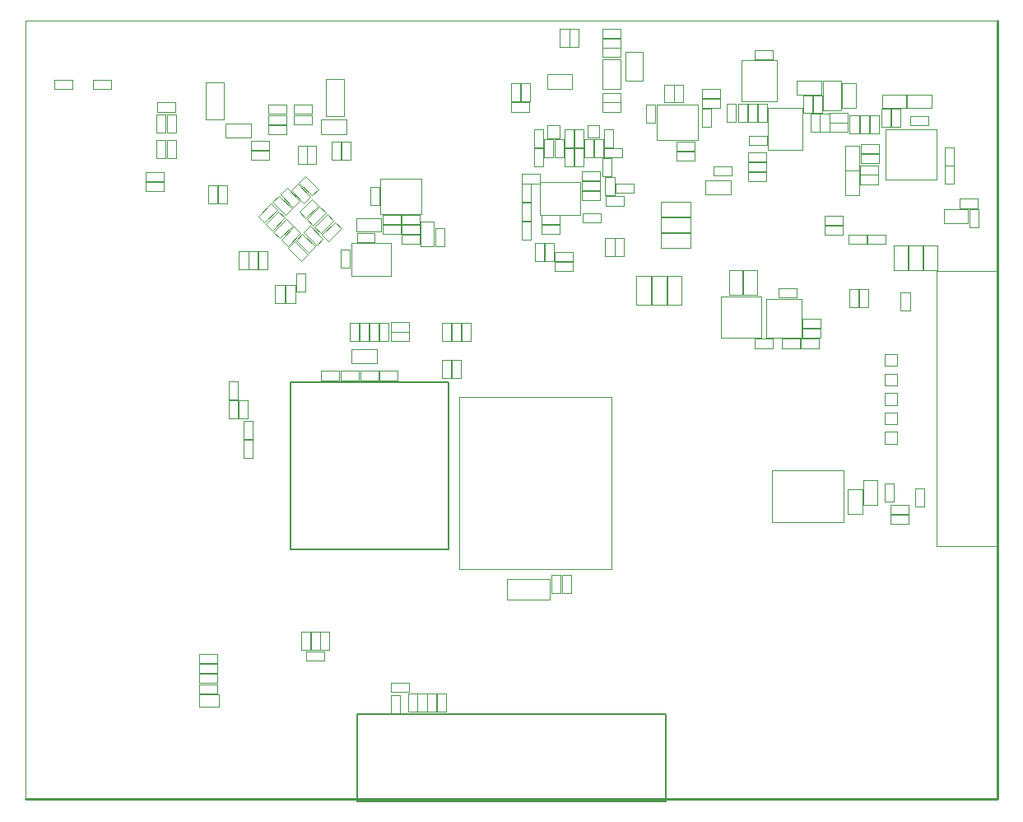
<source format=gbr>
%TF.GenerationSoftware,KiCad,Pcbnew,5.1.9+dfsg1-1*%
%TF.CreationDate,2022-02-21T14:57:18+01:00*%
%TF.ProjectId,sc606-baseboard,73633630-362d-4626-9173-65626f617264,rev?*%
%TF.SameCoordinates,Original*%
%TF.FileFunction,Other,User*%
%FSLAX46Y46*%
G04 Gerber Fmt 4.6, Leading zero omitted, Abs format (unit mm)*
G04 Created by KiCad (PCBNEW 5.1.9+dfsg1-1) date 2022-02-21 14:57:18 commit 2b5f92f*
%MOMM*%
%LPD*%
G01*
G04 APERTURE LIST*
%TA.AperFunction,Profile*%
%ADD10C,0.120000*%
%TD*%
%TA.AperFunction,Profile*%
%ADD11C,0.254000*%
%TD*%
%ADD12C,0.050000*%
%ADD13C,0.100000*%
%ADD14C,0.150000*%
%ADD15C,0.127000*%
G04 APERTURE END LIST*
D10*
X175600000Y-42400000D02*
X75600000Y-42400000D01*
D11*
X175600000Y-42400000D02*
X175600000Y-122400000D01*
D10*
X75600000Y-122400000D02*
X75600000Y-42400000D01*
D11*
X175600000Y-122400000D02*
X75600000Y-122400000D01*
D12*
%TO.C,R160*%
X162370000Y-53980000D02*
X162370000Y-52120000D01*
X161430000Y-53980000D02*
X162370000Y-53980000D01*
X161430000Y-52120000D02*
X161430000Y-53980000D01*
X162370000Y-52120000D02*
X161430000Y-52120000D01*
%TO.C,R159*%
X161320000Y-53980000D02*
X161320000Y-52120000D01*
X160380000Y-53980000D02*
X161320000Y-53980000D01*
X160380000Y-52120000D02*
X160380000Y-53980000D01*
X161320000Y-52120000D02*
X160380000Y-52120000D01*
%TO.C,R158*%
X162480000Y-52120000D02*
X162480000Y-53980000D01*
X163420000Y-52120000D02*
X162480000Y-52120000D01*
X163420000Y-53980000D02*
X163420000Y-52120000D01*
X162480000Y-53980000D02*
X163420000Y-53980000D01*
%TO.C,R191*%
X165570000Y-51470000D02*
X164630000Y-51470000D01*
X164630000Y-51470000D02*
X164630000Y-53330000D01*
X164630000Y-53330000D02*
X165570000Y-53330000D01*
X165570000Y-53330000D02*
X165570000Y-51470000D01*
%TO.C,R190*%
X164570000Y-51470000D02*
X163630000Y-51470000D01*
X163630000Y-51470000D02*
X163630000Y-53330000D01*
X163630000Y-53330000D02*
X164570000Y-53330000D01*
X164570000Y-53330000D02*
X164570000Y-51470000D01*
%TO.C,U18*%
X159750000Y-88600000D02*
X152350000Y-88600000D01*
X159750000Y-94000000D02*
X152350000Y-94000000D01*
X152350000Y-94000000D02*
X152350000Y-88600000D01*
X159750000Y-94000000D02*
X159750000Y-88600000D01*
%TO.C,R189*%
X163210000Y-89650000D02*
X161790000Y-89650000D01*
X163210000Y-92010000D02*
X163210000Y-89790000D01*
X161790000Y-92150000D02*
X163210000Y-92150000D01*
X161790000Y-89790000D02*
X161790000Y-92010000D01*
X163210000Y-89790000D02*
X163210000Y-89650000D01*
X161790000Y-89790000D02*
X161790000Y-89650000D01*
X161790000Y-92010000D02*
X161790000Y-92150000D01*
X163210000Y-92010000D02*
X163210000Y-92150000D01*
D13*
%TO.C,D40*%
X160200000Y-93150000D02*
X160200000Y-90550000D01*
X161700000Y-90550000D02*
X161700000Y-93150000D01*
X160200000Y-90550000D02*
X161700000Y-90550000D01*
X161700000Y-93150000D02*
X160200000Y-93150000D01*
D12*
%TO.C,C174*%
X163980000Y-91830000D02*
X164920000Y-91830000D01*
X164920000Y-91830000D02*
X164920000Y-89970000D01*
X164920000Y-89970000D02*
X163980000Y-89970000D01*
X163980000Y-89970000D02*
X163980000Y-91830000D01*
%TO.C,R179*%
X166430000Y-94120000D02*
X166430000Y-93180000D01*
X166430000Y-93180000D02*
X164570000Y-93180000D01*
X164570000Y-93180000D02*
X164570000Y-94120000D01*
X164570000Y-94120000D02*
X166430000Y-94120000D01*
%TO.C,R178*%
X166430000Y-93120000D02*
X166430000Y-92180000D01*
X166430000Y-92180000D02*
X164570000Y-92180000D01*
X164570000Y-92180000D02*
X164570000Y-93120000D01*
X164570000Y-93120000D02*
X166430000Y-93120000D01*
%TO.C,J3*%
X169344000Y-96447800D02*
X169344000Y-68152200D01*
X175609900Y-96447800D02*
X169344000Y-96447800D01*
X175609900Y-68152200D02*
X175609900Y-96447800D01*
X169344000Y-68152200D02*
X175609900Y-68152200D01*
%TO.C,C163*%
X113180000Y-113580000D02*
X114120000Y-113580000D01*
X114120000Y-113580000D02*
X114120000Y-111720000D01*
X114120000Y-111720000D02*
X113180000Y-111720000D01*
X113180000Y-111720000D02*
X113180000Y-113580000D01*
%TO.C,C162*%
X115080000Y-111420000D02*
X115080000Y-110480000D01*
X115080000Y-110480000D02*
X113220000Y-110480000D01*
X113220000Y-110480000D02*
X113220000Y-111420000D01*
X113220000Y-111420000D02*
X115080000Y-111420000D01*
%TO.C,C138*%
X98030000Y-87380000D02*
X98970000Y-87380000D01*
X98970000Y-87380000D02*
X98970000Y-85520000D01*
X98970000Y-85520000D02*
X98030000Y-85520000D01*
X98030000Y-85520000D02*
X98030000Y-87380000D01*
%TO.C,C22*%
X160330000Y-71830000D02*
X161270000Y-71830000D01*
X161270000Y-71830000D02*
X161270000Y-69970000D01*
X161270000Y-69970000D02*
X160330000Y-69970000D01*
X160330000Y-69970000D02*
X160330000Y-71830000D01*
%TO.C,C12*%
X98970000Y-83570000D02*
X98030000Y-83570000D01*
X98030000Y-83570000D02*
X98030000Y-85430000D01*
X98030000Y-85430000D02*
X98970000Y-85430000D01*
X98970000Y-85430000D02*
X98970000Y-83570000D01*
%TO.C,C9*%
X96530000Y-81330000D02*
X97470000Y-81330000D01*
X97470000Y-81330000D02*
X97470000Y-79470000D01*
X97470000Y-79470000D02*
X96530000Y-79470000D01*
X96530000Y-79470000D02*
X96530000Y-81330000D01*
%TO.C,Y1*%
X132620000Y-62360000D02*
X132620000Y-58960000D01*
X128520000Y-62360000D02*
X132620000Y-62360000D01*
X128520000Y-58960000D02*
X128520000Y-62360000D01*
X132620000Y-58960000D02*
X128520000Y-58960000D01*
D14*
%TO.C,J2*%
X141450000Y-122700000D02*
X109750000Y-122700000D01*
X141450000Y-113700000D02*
X141450000Y-122700000D01*
X109750000Y-113700000D02*
X141450000Y-113700000D01*
X109750000Y-122700000D02*
X109750000Y-113700000D01*
D12*
%TO.C,R135*%
X95380000Y-61230000D02*
X96320000Y-61230000D01*
X96320000Y-61230000D02*
X96320000Y-59370000D01*
X96320000Y-59370000D02*
X95380000Y-59370000D01*
X95380000Y-59370000D02*
X95380000Y-61230000D01*
%TO.C,Q9*%
X151970000Y-51370000D02*
X155530000Y-51370000D01*
X155530000Y-51370000D02*
X155530000Y-55730000D01*
X151970000Y-55730000D02*
X155530000Y-55730000D01*
X151970000Y-51370000D02*
X151970000Y-55730000D01*
%TO.C,R170*%
X104470000Y-108170000D02*
X106330000Y-108170000D01*
X104470000Y-107230000D02*
X104470000Y-108170000D01*
X106330000Y-107230000D02*
X104470000Y-107230000D01*
X106330000Y-108170000D02*
X106330000Y-107230000D01*
%TO.C,U14*%
X164100000Y-53550000D02*
X164100000Y-58750000D01*
X169300000Y-53550000D02*
X164100000Y-53550000D01*
X169300000Y-58750000D02*
X169300000Y-53550000D01*
X164100000Y-58750000D02*
X169300000Y-58750000D01*
%TO.C,R169*%
X166440000Y-51410000D02*
X166300000Y-51410000D01*
X166440000Y-49990000D02*
X166300000Y-49990000D01*
X168660000Y-49990000D02*
X168800000Y-49990000D01*
X168660000Y-51410000D02*
X168800000Y-51410000D01*
X168660000Y-49990000D02*
X166440000Y-49990000D01*
X166300000Y-49990000D02*
X166300000Y-51410000D01*
X166440000Y-51410000D02*
X168660000Y-51410000D01*
X168800000Y-51410000D02*
X168800000Y-49990000D01*
%TO.C,R168*%
X166060000Y-49990000D02*
X166200000Y-49990000D01*
X166060000Y-51410000D02*
X166200000Y-51410000D01*
X163840000Y-51410000D02*
X163700000Y-51410000D01*
X163840000Y-49990000D02*
X163700000Y-49990000D01*
X163840000Y-51410000D02*
X166060000Y-51410000D01*
X166200000Y-51410000D02*
X166200000Y-49990000D01*
X166060000Y-49990000D02*
X163840000Y-49990000D01*
X163700000Y-49990000D02*
X163700000Y-51410000D01*
%TO.C,R167*%
X161360000Y-57660000D02*
X161360000Y-57800000D01*
X159940000Y-57660000D02*
X159940000Y-57800000D01*
X159940000Y-55440000D02*
X159940000Y-55300000D01*
X161360000Y-55440000D02*
X161360000Y-55300000D01*
X159940000Y-55440000D02*
X159940000Y-57660000D01*
X159940000Y-57800000D02*
X161360000Y-57800000D01*
X161360000Y-57660000D02*
X161360000Y-55440000D01*
X161360000Y-55300000D02*
X159940000Y-55300000D01*
%TO.C,R166*%
X161520000Y-56070000D02*
X163380000Y-56070000D01*
X161520000Y-55130000D02*
X161520000Y-56070000D01*
X163380000Y-55130000D02*
X161520000Y-55130000D01*
X163380000Y-56070000D02*
X163380000Y-55130000D01*
%TO.C,R165*%
X163380000Y-56130000D02*
X161520000Y-56130000D01*
X163380000Y-57070000D02*
X163380000Y-56130000D01*
X161520000Y-57070000D02*
X163380000Y-57070000D01*
X161520000Y-56130000D02*
X161520000Y-57070000D01*
%TO.C,R164*%
X159940000Y-57990000D02*
X159940000Y-57850000D01*
X161360000Y-57990000D02*
X161360000Y-57850000D01*
X161360000Y-60210000D02*
X161360000Y-60350000D01*
X159940000Y-60210000D02*
X159940000Y-60350000D01*
X161360000Y-60210000D02*
X161360000Y-57990000D01*
X161360000Y-57850000D02*
X159940000Y-57850000D01*
X159940000Y-57990000D02*
X159940000Y-60210000D01*
X159940000Y-60350000D02*
X161360000Y-60350000D01*
%TO.C,R163*%
X163330000Y-57280000D02*
X161470000Y-57280000D01*
X163330000Y-58220000D02*
X163330000Y-57280000D01*
X161470000Y-58220000D02*
X163330000Y-58220000D01*
X161470000Y-57280000D02*
X161470000Y-58220000D01*
%TO.C,R161*%
X163330000Y-58280000D02*
X161470000Y-58280000D01*
X163330000Y-59220000D02*
X163330000Y-58280000D01*
X161470000Y-59220000D02*
X163330000Y-59220000D01*
X161470000Y-58280000D02*
X161470000Y-59220000D01*
%TO.C,C159*%
X168480000Y-52230000D02*
X166620000Y-52230000D01*
X168480000Y-53170000D02*
X168480000Y-52230000D01*
X166620000Y-53170000D02*
X168480000Y-53170000D01*
X166620000Y-52230000D02*
X166620000Y-53170000D01*
%TO.C,C157*%
X170130000Y-55420000D02*
X170130000Y-57280000D01*
X171070000Y-55420000D02*
X170130000Y-55420000D01*
X171070000Y-57280000D02*
X171070000Y-55420000D01*
X170130000Y-57280000D02*
X171070000Y-57280000D01*
%TO.C,C156*%
X171070000Y-59180000D02*
X171070000Y-57320000D01*
X170130000Y-59180000D02*
X171070000Y-59180000D01*
X170130000Y-57320000D02*
X170130000Y-59180000D01*
X171070000Y-57320000D02*
X170130000Y-57320000D01*
%TO.C,IC3*%
X149275000Y-46500000D02*
X149275000Y-50700000D01*
X152925000Y-46500000D02*
X149275000Y-46500000D01*
X152925000Y-50700000D02*
X152925000Y-46500000D01*
X149275000Y-50700000D02*
X152925000Y-50700000D01*
%TO.C,C155*%
X148670000Y-52780000D02*
X148670000Y-50920000D01*
X147730000Y-52780000D02*
X148670000Y-52780000D01*
X147730000Y-50920000D02*
X147730000Y-52780000D01*
X148670000Y-50920000D02*
X147730000Y-50920000D01*
%TO.C,C154*%
X150620000Y-46420000D02*
X152480000Y-46420000D01*
X150620000Y-45480000D02*
X150620000Y-46420000D01*
X152480000Y-45480000D02*
X150620000Y-45480000D01*
X152480000Y-46420000D02*
X152480000Y-45480000D01*
%TO.C,R157*%
X151880000Y-55170000D02*
X151880000Y-54230000D01*
X151880000Y-54230000D02*
X150020000Y-54230000D01*
X150020000Y-54230000D02*
X150020000Y-55170000D01*
X150020000Y-55170000D02*
X151880000Y-55170000D01*
%TO.C,R156*%
X158320000Y-51930000D02*
X158320000Y-52870000D01*
X158320000Y-52870000D02*
X160180000Y-52870000D01*
X160180000Y-52870000D02*
X160180000Y-51930000D01*
X160180000Y-51930000D02*
X158320000Y-51930000D01*
%TO.C,R155*%
X151830000Y-56920000D02*
X151830000Y-55980000D01*
X151830000Y-55980000D02*
X149970000Y-55980000D01*
X149970000Y-55980000D02*
X149970000Y-56920000D01*
X149970000Y-56920000D02*
X151830000Y-56920000D01*
%TO.C,R154*%
X149930000Y-52780000D02*
X150870000Y-52780000D01*
X150870000Y-52780000D02*
X150870000Y-50920000D01*
X150870000Y-50920000D02*
X149930000Y-50920000D01*
X149930000Y-50920000D02*
X149930000Y-52780000D01*
%TO.C,R153*%
X150930000Y-52780000D02*
X151870000Y-52780000D01*
X151870000Y-52780000D02*
X151870000Y-50920000D01*
X151870000Y-50920000D02*
X150930000Y-50920000D01*
X150930000Y-50920000D02*
X150930000Y-52780000D01*
%TO.C,R152*%
X148930000Y-52780000D02*
X149870000Y-52780000D01*
X149870000Y-52780000D02*
X149870000Y-50920000D01*
X149870000Y-50920000D02*
X148930000Y-50920000D01*
X148930000Y-50920000D02*
X148930000Y-52780000D01*
%TO.C,R151*%
X151830000Y-58920000D02*
X151830000Y-57980000D01*
X151830000Y-57980000D02*
X149970000Y-57980000D01*
X149970000Y-57980000D02*
X149970000Y-58920000D01*
X149970000Y-58920000D02*
X151830000Y-58920000D01*
%TO.C,R150*%
X157270000Y-51970000D02*
X156330000Y-51970000D01*
X156330000Y-51970000D02*
X156330000Y-53830000D01*
X156330000Y-53830000D02*
X157270000Y-53830000D01*
X157270000Y-53830000D02*
X157270000Y-51970000D01*
%TO.C,R149*%
X156570000Y-50070000D02*
X155630000Y-50070000D01*
X155630000Y-50070000D02*
X155630000Y-51930000D01*
X155630000Y-51930000D02*
X156570000Y-51930000D01*
X156570000Y-51930000D02*
X156570000Y-50070000D01*
%TO.C,R148*%
X158270000Y-51970000D02*
X157330000Y-51970000D01*
X157330000Y-51970000D02*
X157330000Y-53830000D01*
X157330000Y-53830000D02*
X158270000Y-53830000D01*
X158270000Y-53830000D02*
X158270000Y-51970000D01*
%TO.C,R147*%
X157570000Y-50070000D02*
X156630000Y-50070000D01*
X156630000Y-50070000D02*
X156630000Y-51930000D01*
X156630000Y-51930000D02*
X157570000Y-51930000D01*
X157570000Y-51930000D02*
X157570000Y-50070000D01*
%TO.C,R146*%
X151830000Y-57920000D02*
X151830000Y-56980000D01*
X151830000Y-56980000D02*
X149970000Y-56980000D01*
X149970000Y-56980000D02*
X149970000Y-57920000D01*
X149970000Y-57920000D02*
X151830000Y-57920000D01*
%TO.C,D8*%
X159475000Y-51600000D02*
X159475000Y-48600000D01*
X159475000Y-48600000D02*
X157625000Y-48600000D01*
X157625000Y-48600000D02*
X157625000Y-51600000D01*
X157625000Y-51600000D02*
X159475000Y-51600000D01*
%TO.C,C152*%
X158320000Y-52930000D02*
X158320000Y-53870000D01*
X158320000Y-53870000D02*
X160180000Y-53870000D01*
X160180000Y-53870000D02*
X160180000Y-52930000D01*
X160180000Y-52930000D02*
X158320000Y-52930000D01*
%TO.C,C84*%
X159590000Y-51350000D02*
X161010000Y-51350000D01*
X159590000Y-48990000D02*
X159590000Y-51210000D01*
X161010000Y-48850000D02*
X159590000Y-48850000D01*
X161010000Y-51210000D02*
X161010000Y-48990000D01*
X159590000Y-51210000D02*
X159590000Y-51350000D01*
X161010000Y-51210000D02*
X161010000Y-51350000D01*
X161010000Y-48990000D02*
X161010000Y-48850000D01*
X159590000Y-48990000D02*
X159590000Y-48850000D01*
%TO.C,C83*%
X157450000Y-50010000D02*
X157450000Y-48590000D01*
X155090000Y-50010000D02*
X157310000Y-50010000D01*
X154950000Y-48590000D02*
X154950000Y-50010000D01*
X157310000Y-48590000D02*
X155090000Y-48590000D01*
X157310000Y-50010000D02*
X157450000Y-50010000D01*
X157310000Y-48590000D02*
X157450000Y-48590000D01*
X155090000Y-48590000D02*
X154950000Y-48590000D01*
X155090000Y-50010000D02*
X154950000Y-50010000D01*
%TO.C,R141*%
X89970000Y-54670000D02*
X89030000Y-54670000D01*
X89030000Y-54670000D02*
X89030000Y-56530000D01*
X89030000Y-56530000D02*
X89970000Y-56530000D01*
X89970000Y-56530000D02*
X89970000Y-54670000D01*
%TO.C,R140*%
X89970000Y-52070000D02*
X89030000Y-52070000D01*
X89030000Y-52070000D02*
X89030000Y-53930000D01*
X89030000Y-53930000D02*
X89970000Y-53930000D01*
X89970000Y-53930000D02*
X89970000Y-52070000D01*
%TO.C,R139*%
X91070000Y-54670000D02*
X90130000Y-54670000D01*
X90130000Y-54670000D02*
X90130000Y-56530000D01*
X90130000Y-56530000D02*
X91070000Y-56530000D01*
X91070000Y-56530000D02*
X91070000Y-54670000D01*
%TO.C,R138*%
X91070000Y-52070000D02*
X90130000Y-52070000D01*
X90130000Y-52070000D02*
X90130000Y-53930000D01*
X90130000Y-53930000D02*
X91070000Y-53930000D01*
X91070000Y-53930000D02*
X91070000Y-52070000D01*
%TO.C,R132*%
X103170000Y-52130000D02*
X103170000Y-53070000D01*
X103170000Y-53070000D02*
X105030000Y-53070000D01*
X105030000Y-53070000D02*
X105030000Y-52130000D01*
X105030000Y-52130000D02*
X103170000Y-52130000D01*
%TO.C,R131*%
X100580000Y-52130000D02*
X100580000Y-53070000D01*
X100580000Y-53070000D02*
X102440000Y-53070000D01*
X102440000Y-53070000D02*
X102440000Y-52130000D01*
X102440000Y-52130000D02*
X100580000Y-52130000D01*
%TO.C,R125*%
X103170000Y-51030000D02*
X103170000Y-51970000D01*
X103170000Y-51970000D02*
X105030000Y-51970000D01*
X105030000Y-51970000D02*
X105030000Y-51030000D01*
X105030000Y-51030000D02*
X103170000Y-51030000D01*
%TO.C,R123*%
X100570000Y-51030000D02*
X100570000Y-51970000D01*
X100570000Y-51970000D02*
X102430000Y-51970000D01*
X102430000Y-51970000D02*
X102430000Y-51030000D01*
X102430000Y-51030000D02*
X100570000Y-51030000D01*
D13*
%TO.C,D30*%
X131850000Y-49450000D02*
X129250000Y-49450000D01*
X129250000Y-47950000D02*
X131850000Y-47950000D01*
X129250000Y-49450000D02*
X129250000Y-47950000D01*
X131850000Y-47950000D02*
X131850000Y-49450000D01*
%TO.C,D23*%
X148150000Y-58800000D02*
X148150000Y-60300000D01*
X145550000Y-60300000D02*
X145550000Y-58800000D01*
X145550000Y-58800000D02*
X148150000Y-58800000D01*
X148150000Y-60300000D02*
X145550000Y-60300000D01*
D12*
%TO.C,C143*%
X142270000Y-50830000D02*
X142270000Y-48970000D01*
X141330000Y-50830000D02*
X142270000Y-50830000D01*
X141330000Y-48970000D02*
X141330000Y-50830000D01*
X142270000Y-48970000D02*
X141330000Y-48970000D01*
%TO.C,C142*%
X143270000Y-50830000D02*
X143270000Y-48970000D01*
X142330000Y-50830000D02*
X143270000Y-50830000D01*
X142330000Y-48970000D02*
X142330000Y-50830000D01*
X143270000Y-48970000D02*
X142330000Y-48970000D01*
D13*
%TO.C,D26*%
X96200000Y-52950000D02*
X98800000Y-52950000D01*
X98800000Y-54450000D02*
X96200000Y-54450000D01*
X98800000Y-52950000D02*
X98800000Y-54450000D01*
X96200000Y-54450000D02*
X96200000Y-52950000D01*
%TO.C,D25*%
X106000000Y-52550000D02*
X108600000Y-52550000D01*
X108600000Y-54050000D02*
X106000000Y-54050000D01*
X108600000Y-52550000D02*
X108600000Y-54050000D01*
X106000000Y-54050000D02*
X106000000Y-52550000D01*
D12*
%TO.C,C170*%
X94120000Y-52550000D02*
X94120000Y-48750000D01*
X95980000Y-52550000D02*
X95980000Y-48750000D01*
X94120000Y-48750000D02*
X95980000Y-48750000D01*
X94120000Y-52550000D02*
X95980000Y-52550000D01*
%TO.C,C139*%
X108330000Y-48450000D02*
X108330000Y-52250000D01*
X106470000Y-48450000D02*
X106470000Y-52250000D01*
X108330000Y-52250000D02*
X106470000Y-52250000D01*
X108330000Y-48450000D02*
X106470000Y-48450000D01*
%TO.C,R134*%
X94380000Y-61230000D02*
X95320000Y-61230000D01*
X95320000Y-61230000D02*
X95320000Y-59370000D01*
X95320000Y-59370000D02*
X94380000Y-59370000D01*
X94380000Y-59370000D02*
X94380000Y-61230000D01*
%TO.C,R13*%
X170050000Y-61790000D02*
X170050000Y-63210000D01*
X172410000Y-61790000D02*
X170190000Y-61790000D01*
X172550000Y-63210000D02*
X172550000Y-61790000D01*
X170190000Y-63210000D02*
X172410000Y-63210000D01*
X170190000Y-61790000D02*
X170050000Y-61790000D01*
X170190000Y-63210000D02*
X170050000Y-63210000D01*
X172410000Y-63210000D02*
X172550000Y-63210000D01*
X172410000Y-61790000D02*
X172550000Y-61790000D01*
%TO.C,C151*%
X89120000Y-50830000D02*
X89120000Y-51770000D01*
X89120000Y-51770000D02*
X90980000Y-51770000D01*
X90980000Y-51770000D02*
X90980000Y-50830000D01*
X90980000Y-50830000D02*
X89120000Y-50830000D01*
%TO.C,C149*%
X98770000Y-55780000D02*
X98770000Y-56720000D01*
X98770000Y-56720000D02*
X100630000Y-56720000D01*
X100630000Y-56720000D02*
X100630000Y-55780000D01*
X100630000Y-55780000D02*
X98770000Y-55780000D01*
%TO.C,Y2*%
X113200000Y-68650000D02*
X113200000Y-65250000D01*
X109100000Y-68650000D02*
X113200000Y-68650000D01*
X109100000Y-65250000D02*
X109100000Y-68650000D01*
X113200000Y-65250000D02*
X109100000Y-65250000D01*
%TO.C,U11*%
X125100000Y-99800000D02*
X129500000Y-99800000D01*
X125100000Y-101900000D02*
X125100000Y-99800000D01*
X129500000Y-101900000D02*
X125100000Y-101900000D01*
X129500000Y-99800000D02*
X129500000Y-101900000D01*
%TO.C,U10*%
X116300000Y-62275000D02*
X116300000Y-58625000D01*
X116300000Y-58625000D02*
X112100000Y-58625000D01*
X112100000Y-58625000D02*
X112100000Y-62275000D01*
X112100000Y-62275000D02*
X116300000Y-62275000D01*
%TO.C,U1*%
X151775000Y-71000000D02*
X155425000Y-71000000D01*
X151775000Y-75000000D02*
X151775000Y-71000000D01*
X155425000Y-75000000D02*
X151775000Y-75000000D01*
X155425000Y-75000000D02*
X155425000Y-71000000D01*
%TO.C,R121*%
X111530000Y-65170000D02*
X111530000Y-64230000D01*
X111530000Y-64230000D02*
X109670000Y-64230000D01*
X109670000Y-64230000D02*
X109670000Y-65170000D01*
X109670000Y-65170000D02*
X111530000Y-65170000D01*
%TO.C,R120*%
X101280000Y-71480000D02*
X102220000Y-71480000D01*
X102220000Y-71480000D02*
X102220000Y-69620000D01*
X102220000Y-69620000D02*
X101280000Y-69620000D01*
X101280000Y-69620000D02*
X101280000Y-71480000D01*
%TO.C,R119*%
X102380000Y-71480000D02*
X103320000Y-71480000D01*
X103320000Y-71480000D02*
X103320000Y-69620000D01*
X103320000Y-69620000D02*
X102380000Y-69620000D01*
X102380000Y-69620000D02*
X102380000Y-71480000D01*
%TO.C,R118*%
X104370000Y-68370000D02*
X103430000Y-68370000D01*
X103430000Y-68370000D02*
X103430000Y-70230000D01*
X103430000Y-70230000D02*
X104370000Y-70230000D01*
X104370000Y-70230000D02*
X104370000Y-68370000D01*
%TO.C,R113*%
X112150000Y-64110000D02*
X112150000Y-62690000D01*
X109790000Y-64110000D02*
X112010000Y-64110000D01*
X109650000Y-62690000D02*
X109650000Y-64110000D01*
X112010000Y-62690000D02*
X109790000Y-62690000D01*
X112010000Y-64110000D02*
X112150000Y-64110000D01*
X112010000Y-62690000D02*
X112150000Y-62690000D01*
X109790000Y-62690000D02*
X109650000Y-62690000D01*
X109790000Y-64110000D02*
X109650000Y-64110000D01*
%TO.C,R107*%
X87970000Y-57980000D02*
X87970000Y-58920000D01*
X87970000Y-58920000D02*
X89830000Y-58920000D01*
X89830000Y-58920000D02*
X89830000Y-57980000D01*
X89830000Y-57980000D02*
X87970000Y-57980000D01*
%TO.C,R101*%
X112920000Y-73470000D02*
X111980000Y-73470000D01*
X111980000Y-73470000D02*
X111980000Y-75330000D01*
X111980000Y-75330000D02*
X112920000Y-75330000D01*
X112920000Y-75330000D02*
X112920000Y-73470000D01*
%TO.C,R100*%
X111920000Y-73470000D02*
X110980000Y-73470000D01*
X110980000Y-73470000D02*
X110980000Y-75330000D01*
X110980000Y-75330000D02*
X111920000Y-75330000D01*
X111920000Y-75330000D02*
X111920000Y-73470000D01*
%TO.C,R99*%
X110920000Y-73470000D02*
X109980000Y-73470000D01*
X109980000Y-73470000D02*
X109980000Y-75330000D01*
X109980000Y-75330000D02*
X110920000Y-75330000D01*
X110920000Y-75330000D02*
X110920000Y-73470000D01*
%TO.C,R98*%
X109920000Y-73470000D02*
X108980000Y-73470000D01*
X108980000Y-73470000D02*
X108980000Y-75330000D01*
X108980000Y-75330000D02*
X109920000Y-75330000D01*
X109920000Y-75330000D02*
X109920000Y-73470000D01*
%TO.C,R94*%
X117610000Y-63100000D02*
X116190000Y-63100000D01*
X117610000Y-65460000D02*
X117610000Y-63240000D01*
X116190000Y-65600000D02*
X117610000Y-65600000D01*
X116190000Y-63240000D02*
X116190000Y-65460000D01*
X117610000Y-63240000D02*
X117610000Y-63100000D01*
X116190000Y-63240000D02*
X116190000Y-63100000D01*
X116190000Y-65460000D02*
X116190000Y-65600000D01*
X117610000Y-65460000D02*
X117610000Y-65600000D01*
%TO.C,R92*%
X111030000Y-61380000D02*
X111970000Y-61380000D01*
X111970000Y-61380000D02*
X111970000Y-59520000D01*
X111970000Y-59520000D02*
X111030000Y-59520000D01*
X111030000Y-59520000D02*
X111030000Y-61380000D01*
%TO.C,R89*%
X127470000Y-48870000D02*
X126530000Y-48870000D01*
X126530000Y-48870000D02*
X126530000Y-50730000D01*
X126530000Y-50730000D02*
X127470000Y-50730000D01*
X127470000Y-50730000D02*
X127470000Y-48870000D01*
%TO.C,R88*%
X136830000Y-44170000D02*
X136830000Y-43230000D01*
X136830000Y-43230000D02*
X134970000Y-43230000D01*
X134970000Y-43230000D02*
X134970000Y-44170000D01*
X134970000Y-44170000D02*
X136830000Y-44170000D01*
%TO.C,R87*%
X128870000Y-53570000D02*
X127930000Y-53570000D01*
X127930000Y-53570000D02*
X127930000Y-55430000D01*
X127930000Y-55430000D02*
X128870000Y-55430000D01*
X128870000Y-55430000D02*
X128870000Y-53570000D01*
%TO.C,R86*%
X131950000Y-53560000D02*
X131010000Y-53560000D01*
X131010000Y-53560000D02*
X131010000Y-55420000D01*
X131010000Y-55420000D02*
X131950000Y-55420000D01*
X131950000Y-55420000D02*
X131950000Y-53560000D01*
%TO.C,R82*%
X132971428Y-53560000D02*
X132031428Y-53560000D01*
X132031428Y-53560000D02*
X132031428Y-55420000D01*
X132031428Y-55420000D02*
X132971428Y-55420000D01*
X132971428Y-55420000D02*
X132971428Y-53560000D01*
%TO.C,R81*%
X136050000Y-53560000D02*
X135110000Y-53560000D01*
X135110000Y-53560000D02*
X135110000Y-55420000D01*
X135110000Y-55420000D02*
X136050000Y-55420000D01*
X136050000Y-55420000D02*
X136050000Y-53560000D01*
%TO.C,R73*%
X119430000Y-75330000D02*
X120370000Y-75330000D01*
X120370000Y-75330000D02*
X120370000Y-73470000D01*
X120370000Y-73470000D02*
X119430000Y-73470000D01*
X119430000Y-73470000D02*
X119430000Y-75330000D01*
%TO.C,R72*%
X119370000Y-77270000D02*
X118430000Y-77270000D01*
X118430000Y-77270000D02*
X118430000Y-79130000D01*
X118430000Y-79130000D02*
X119370000Y-79130000D01*
X119370000Y-79130000D02*
X119370000Y-77270000D01*
%TO.C,R71*%
X118430000Y-75330000D02*
X119370000Y-75330000D01*
X119370000Y-75330000D02*
X119370000Y-73470000D01*
X119370000Y-73470000D02*
X118430000Y-73470000D01*
X118430000Y-73470000D02*
X118430000Y-75330000D01*
%TO.C,R68*%
X136980000Y-56470000D02*
X136980000Y-55530000D01*
X136980000Y-55530000D02*
X135120000Y-55530000D01*
X135120000Y-55530000D02*
X135120000Y-56470000D01*
X135120000Y-56470000D02*
X136980000Y-56470000D01*
%TO.C,R67*%
X132030000Y-57420000D02*
X132970000Y-57420000D01*
X132970000Y-57420000D02*
X132970000Y-55560000D01*
X132970000Y-55560000D02*
X132030000Y-55560000D01*
X132030000Y-55560000D02*
X132030000Y-57420000D01*
%TO.C,R64*%
X131010000Y-57430000D02*
X131950000Y-57430000D01*
X131950000Y-57430000D02*
X131950000Y-55570000D01*
X131950000Y-55570000D02*
X131010000Y-55570000D01*
X131010000Y-55570000D02*
X131010000Y-57430000D01*
%TO.C,R63*%
X127930000Y-57430000D02*
X128870000Y-57430000D01*
X128870000Y-57430000D02*
X128870000Y-55570000D01*
X128870000Y-55570000D02*
X127930000Y-55570000D01*
X127930000Y-55570000D02*
X127930000Y-57430000D01*
%TO.C,R62*%
X136830000Y-50770000D02*
X136830000Y-49830000D01*
X136830000Y-49830000D02*
X134970000Y-49830000D01*
X134970000Y-49830000D02*
X134970000Y-50770000D01*
X134970000Y-50770000D02*
X136830000Y-50770000D01*
%TO.C,R61*%
X136830000Y-51770000D02*
X136830000Y-50830000D01*
X136830000Y-50830000D02*
X134970000Y-50830000D01*
X134970000Y-50830000D02*
X134970000Y-51770000D01*
X134970000Y-51770000D02*
X136830000Y-51770000D01*
%TO.C,R60*%
X125530000Y-50730000D02*
X126470000Y-50730000D01*
X126470000Y-50730000D02*
X126470000Y-48870000D01*
X126470000Y-48870000D02*
X125530000Y-48870000D01*
X125530000Y-48870000D02*
X125530000Y-50730000D01*
%TO.C,R59*%
X125570000Y-50830000D02*
X125570000Y-51770000D01*
X125570000Y-51770000D02*
X127430000Y-51770000D01*
X127430000Y-51770000D02*
X127430000Y-50830000D01*
X127430000Y-50830000D02*
X125570000Y-50830000D01*
%TO.C,R56*%
X115030000Y-74370000D02*
X115030000Y-73430000D01*
X115030000Y-73430000D02*
X113170000Y-73430000D01*
X113170000Y-73430000D02*
X113170000Y-74370000D01*
X113170000Y-74370000D02*
X115030000Y-74370000D01*
%TO.C,R55*%
X115030000Y-75370000D02*
X115030000Y-74430000D01*
X115030000Y-74430000D02*
X113170000Y-74430000D01*
X113170000Y-74430000D02*
X113170000Y-75370000D01*
X113170000Y-75370000D02*
X115030000Y-75370000D01*
%TO.C,R52*%
X126610000Y-61060000D02*
X127550000Y-61060000D01*
X127550000Y-61060000D02*
X127550000Y-59200000D01*
X127550000Y-59200000D02*
X126610000Y-59200000D01*
X126610000Y-59200000D02*
X126610000Y-61060000D01*
%TO.C,R48*%
X115870000Y-111570000D02*
X114930000Y-111570000D01*
X114930000Y-111570000D02*
X114930000Y-113430000D01*
X114930000Y-113430000D02*
X115870000Y-113430000D01*
X115870000Y-113430000D02*
X115870000Y-111570000D01*
%TO.C,R47*%
X116870000Y-111570000D02*
X115930000Y-111570000D01*
X115930000Y-111570000D02*
X115930000Y-113430000D01*
X115930000Y-113430000D02*
X116870000Y-113430000D01*
X116870000Y-113430000D02*
X116870000Y-111570000D01*
%TO.C,R46*%
X117870000Y-111570000D02*
X116930000Y-111570000D01*
X116930000Y-111570000D02*
X116930000Y-113430000D01*
X116930000Y-113430000D02*
X117870000Y-113430000D01*
X117870000Y-113430000D02*
X117870000Y-111570000D01*
%TO.C,R45*%
X118870000Y-111570000D02*
X117930000Y-111570000D01*
X117930000Y-111570000D02*
X117930000Y-113430000D01*
X117930000Y-113430000D02*
X118870000Y-113430000D01*
X118870000Y-113430000D02*
X118870000Y-111570000D01*
%TO.C,R14*%
X173620000Y-61820000D02*
X172680000Y-61820000D01*
X172680000Y-61820000D02*
X172680000Y-63680000D01*
X172680000Y-63680000D02*
X173620000Y-63680000D01*
X173620000Y-63680000D02*
X173620000Y-61820000D01*
%TO.C,R12*%
X171720000Y-60730000D02*
X171720000Y-61670000D01*
X171720000Y-61670000D02*
X173580000Y-61670000D01*
X173580000Y-61670000D02*
X173580000Y-60730000D01*
X173580000Y-60730000D02*
X171720000Y-60730000D01*
%TO.C,R11*%
X155370000Y-75130000D02*
X155370000Y-76070000D01*
X155370000Y-76070000D02*
X157230000Y-76070000D01*
X157230000Y-76070000D02*
X157230000Y-75130000D01*
X157230000Y-75130000D02*
X155370000Y-75130000D01*
%TO.C,R10*%
X153370000Y-75130000D02*
X153370000Y-76070000D01*
X153370000Y-76070000D02*
X155230000Y-76070000D01*
X155230000Y-76070000D02*
X155230000Y-75130000D01*
X155230000Y-75130000D02*
X153370000Y-75130000D01*
%TO.C,R9*%
X162270000Y-69970000D02*
X161330000Y-69970000D01*
X161330000Y-69970000D02*
X161330000Y-71830000D01*
X161330000Y-71830000D02*
X162270000Y-71830000D01*
X162270000Y-71830000D02*
X162270000Y-69970000D01*
%TO.C,R8*%
X155520000Y-74080000D02*
X155520000Y-75020000D01*
X155520000Y-75020000D02*
X157380000Y-75020000D01*
X157380000Y-75020000D02*
X157380000Y-74080000D01*
X157380000Y-74080000D02*
X155520000Y-74080000D01*
%TO.C,R7*%
X157380000Y-73970000D02*
X157380000Y-73030000D01*
X157380000Y-73030000D02*
X155520000Y-73030000D01*
X155520000Y-73030000D02*
X155520000Y-73970000D01*
X155520000Y-73970000D02*
X157380000Y-73970000D01*
%TO.C,R6*%
X157820000Y-63480000D02*
X157820000Y-64420000D01*
X157820000Y-64420000D02*
X159680000Y-64420000D01*
X159680000Y-64420000D02*
X159680000Y-63480000D01*
X159680000Y-63480000D02*
X157820000Y-63480000D01*
%TO.C,R5*%
X162130000Y-65320000D02*
X162130000Y-64380000D01*
X162130000Y-64380000D02*
X160270000Y-64380000D01*
X160270000Y-64380000D02*
X160270000Y-65320000D01*
X160270000Y-65320000D02*
X162130000Y-65320000D01*
%TO.C,R4*%
X164080000Y-65320000D02*
X164080000Y-64380000D01*
X164080000Y-64380000D02*
X162220000Y-64380000D01*
X162220000Y-64380000D02*
X162220000Y-65320000D01*
X162220000Y-65320000D02*
X164080000Y-65320000D01*
%TO.C,L21*%
X117780000Y-65580000D02*
X118720000Y-65580000D01*
X118720000Y-65580000D02*
X118720000Y-63720000D01*
X118720000Y-63720000D02*
X117780000Y-63720000D01*
X117780000Y-63720000D02*
X117780000Y-65580000D01*
%TO.C,L18*%
X134625000Y-54430000D02*
X134625000Y-53130000D01*
X134625000Y-53130000D02*
X133415000Y-53130000D01*
X133415000Y-53130000D02*
X133415000Y-54430000D01*
X133415000Y-54430000D02*
X134625000Y-54430000D01*
%TO.C,L16*%
X130505000Y-54500000D02*
X130505000Y-53200000D01*
X130505000Y-53200000D02*
X129295000Y-53200000D01*
X129295000Y-53200000D02*
X129295000Y-54500000D01*
X129295000Y-54500000D02*
X130505000Y-54500000D01*
%TO.C,L15*%
X144008000Y-62558000D02*
X140992000Y-62558000D01*
X144008000Y-61042000D02*
X140992000Y-61042000D01*
X144008000Y-62558000D02*
X144008000Y-61042000D01*
X140992000Y-62558000D02*
X140992000Y-61042000D01*
%TO.C,L14*%
X144008000Y-64158000D02*
X140992000Y-64158000D01*
X144008000Y-62642000D02*
X140992000Y-62642000D01*
X144008000Y-64158000D02*
X144008000Y-62642000D01*
X140992000Y-64158000D02*
X140992000Y-62642000D01*
%TO.C,L13*%
X144008000Y-65758000D02*
X140992000Y-65758000D01*
X144008000Y-64242000D02*
X140992000Y-64242000D01*
X144008000Y-65758000D02*
X144008000Y-64242000D01*
X140992000Y-65758000D02*
X140992000Y-64242000D01*
%TO.C,L12*%
X163950000Y-85905000D02*
X165250000Y-85905000D01*
X165250000Y-85905000D02*
X165250000Y-84695000D01*
X165250000Y-84695000D02*
X163950000Y-84695000D01*
X163950000Y-84695000D02*
X163950000Y-85905000D01*
%TO.C,L11*%
X163950000Y-83905000D02*
X165250000Y-83905000D01*
X165250000Y-83905000D02*
X165250000Y-82695000D01*
X165250000Y-82695000D02*
X163950000Y-82695000D01*
X163950000Y-82695000D02*
X163950000Y-83905000D01*
%TO.C,L10*%
X163950000Y-81905000D02*
X165250000Y-81905000D01*
X165250000Y-81905000D02*
X165250000Y-80695000D01*
X165250000Y-80695000D02*
X163950000Y-80695000D01*
X163950000Y-80695000D02*
X163950000Y-81905000D01*
%TO.C,L9*%
X163950000Y-79905000D02*
X165250000Y-79905000D01*
X165250000Y-79905000D02*
X165250000Y-78695000D01*
X165250000Y-78695000D02*
X163950000Y-78695000D01*
X163950000Y-78695000D02*
X163950000Y-79905000D01*
%TO.C,L8*%
X163950000Y-77905000D02*
X165250000Y-77905000D01*
X165250000Y-77905000D02*
X165250000Y-76695000D01*
X165250000Y-76695000D02*
X163950000Y-76695000D01*
X163950000Y-76695000D02*
X163950000Y-77905000D01*
%TO.C,L7*%
X138392000Y-71658000D02*
X138392000Y-68642000D01*
X139908000Y-71658000D02*
X139908000Y-68642000D01*
X138392000Y-71658000D02*
X139908000Y-71658000D01*
X138392000Y-68642000D02*
X139908000Y-68642000D01*
%TO.C,L6*%
X141592000Y-71658000D02*
X141592000Y-68642000D01*
X143108000Y-71658000D02*
X143108000Y-68642000D01*
X141592000Y-71658000D02*
X143108000Y-71658000D01*
X141592000Y-68642000D02*
X143108000Y-68642000D01*
%TO.C,L5*%
X139992000Y-71658000D02*
X139992000Y-68642000D01*
X141508000Y-71658000D02*
X141508000Y-68642000D01*
X139992000Y-71658000D02*
X141508000Y-71658000D01*
X139992000Y-68642000D02*
X141508000Y-68642000D01*
D13*
%TO.C,L1*%
X151300000Y-70800000D02*
X151300000Y-75000000D01*
X147100000Y-75000000D02*
X147100000Y-70800000D01*
X147100000Y-70800000D02*
X151300000Y-70800000D01*
X151300000Y-75000000D02*
X147100000Y-75000000D01*
D15*
%TO.C,J8*%
X119125000Y-96750000D02*
X102875000Y-96750000D01*
X119125000Y-79550000D02*
X119125000Y-96750000D01*
X102875000Y-79550000D02*
X119125000Y-79550000D01*
X102875000Y-96750000D02*
X102875000Y-79550000D01*
D12*
%TO.C,J7*%
X120180000Y-81060000D02*
X120180000Y-98760000D01*
X135880000Y-81060000D02*
X120180000Y-81060000D01*
X135880000Y-98760000D02*
X135880000Y-81060000D01*
X120180000Y-98760000D02*
X135880000Y-98760000D01*
%TO.C,IC2*%
X144750000Y-54675000D02*
X144750000Y-51025000D01*
X144750000Y-51025000D02*
X140550000Y-51025000D01*
X140550000Y-51025000D02*
X140550000Y-54675000D01*
X140550000Y-54675000D02*
X144750000Y-54675000D01*
%TO.C,D22*%
X139125000Y-48600000D02*
X139125000Y-45600000D01*
X139125000Y-45600000D02*
X137275000Y-45600000D01*
X137275000Y-45600000D02*
X137275000Y-48600000D01*
X137275000Y-48600000D02*
X139125000Y-48600000D01*
D13*
%TO.C,D16*%
X109150000Y-76150000D02*
X111750000Y-76150000D01*
X111750000Y-77650000D02*
X109150000Y-77650000D01*
X111750000Y-76150000D02*
X111750000Y-77650000D01*
X109150000Y-77650000D02*
X109150000Y-76150000D01*
D12*
%TO.C,D10*%
X136825000Y-49400000D02*
X136825000Y-46400000D01*
X136825000Y-46400000D02*
X134975000Y-46400000D01*
X134975000Y-46400000D02*
X134975000Y-49400000D01*
X134975000Y-49400000D02*
X136825000Y-49400000D01*
%TO.C,D1*%
X95450000Y-111700000D02*
X93450000Y-111700000D01*
X93450000Y-112900000D02*
X95450000Y-112900000D01*
X93450000Y-111700000D02*
X93450000Y-112900000D01*
X95450000Y-112900000D02*
X95450000Y-111700000D01*
%TO.C,C147*%
X98770000Y-54780000D02*
X98770000Y-55720000D01*
X98770000Y-55720000D02*
X100630000Y-55720000D01*
X100630000Y-55720000D02*
X100630000Y-54780000D01*
X100630000Y-54780000D02*
X98770000Y-54780000D01*
%TO.C,C141*%
X104520000Y-55270000D02*
X103580000Y-55270000D01*
X103580000Y-55270000D02*
X103580000Y-57130000D01*
X103580000Y-57130000D02*
X104520000Y-57130000D01*
X104520000Y-57130000D02*
X104520000Y-55270000D01*
%TO.C,C140*%
X105520000Y-55270000D02*
X104580000Y-55270000D01*
X104580000Y-55270000D02*
X104580000Y-57130000D01*
X104580000Y-57130000D02*
X105520000Y-57130000D01*
X105520000Y-57130000D02*
X105520000Y-55270000D01*
%TO.C,C137*%
X106489949Y-62174731D02*
X105825269Y-61510051D01*
X105825269Y-61510051D02*
X104510051Y-62825269D01*
X104510051Y-62825269D02*
X105174731Y-63489949D01*
X105174731Y-63489949D02*
X106489949Y-62174731D01*
%TO.C,C136*%
X105732896Y-61431784D02*
X105068216Y-60767104D01*
X105068216Y-60767104D02*
X103752998Y-62082322D01*
X103752998Y-62082322D02*
X104417678Y-62747002D01*
X104417678Y-62747002D02*
X105732896Y-61431784D01*
%TO.C,C135*%
X108030000Y-67830000D02*
X108970000Y-67830000D01*
X108970000Y-67830000D02*
X108970000Y-65970000D01*
X108970000Y-65970000D02*
X108030000Y-65970000D01*
X108030000Y-65970000D02*
X108030000Y-67830000D01*
%TO.C,C134*%
X103274731Y-65110051D02*
X102610051Y-65774731D01*
X102610051Y-65774731D02*
X103925269Y-67089949D01*
X103925269Y-67089949D02*
X104589949Y-66425269D01*
X104589949Y-66425269D02*
X103274731Y-65110051D01*
%TO.C,C132*%
X103889949Y-64274731D02*
X103225269Y-63610051D01*
X103225269Y-63610051D02*
X101910051Y-64925269D01*
X101910051Y-64925269D02*
X102574731Y-65589949D01*
X102574731Y-65589949D02*
X103889949Y-64274731D01*
%TO.C,C131*%
X101489949Y-61874731D02*
X100825269Y-61210051D01*
X100825269Y-61210051D02*
X99510051Y-62525269D01*
X99510051Y-62525269D02*
X100174731Y-63189949D01*
X100174731Y-63189949D02*
X101489949Y-61874731D01*
%TO.C,C130*%
X103125269Y-61589949D02*
X103789949Y-60925269D01*
X103789949Y-60925269D02*
X102474731Y-59610051D01*
X102474731Y-59610051D02*
X101810051Y-60274731D01*
X101810051Y-60274731D02*
X103125269Y-61589949D01*
%TO.C,C129*%
X105310051Y-63625269D02*
X105974731Y-64289949D01*
X105974731Y-64289949D02*
X107289949Y-62974731D01*
X107289949Y-62974731D02*
X106625269Y-62310051D01*
X106625269Y-62310051D02*
X105310051Y-63625269D01*
%TO.C,C128*%
X100500000Y-66090000D02*
X99560000Y-66090000D01*
X99560000Y-66090000D02*
X99560000Y-67950000D01*
X99560000Y-67950000D02*
X100500000Y-67950000D01*
X100500000Y-67950000D02*
X100500000Y-66090000D01*
%TO.C,C127*%
X105025269Y-60389949D02*
X105689949Y-59725269D01*
X105689949Y-59725269D02*
X104374731Y-58410051D01*
X104374731Y-58410051D02*
X103710051Y-59074731D01*
X103710051Y-59074731D02*
X105025269Y-60389949D01*
%TO.C,C126*%
X100310051Y-63325269D02*
X100974731Y-63989949D01*
X100974731Y-63989949D02*
X102289949Y-62674731D01*
X102289949Y-62674731D02*
X101625269Y-62010051D01*
X101625269Y-62010051D02*
X100310051Y-63325269D01*
%TO.C,C125*%
X104874731Y-63510051D02*
X104210051Y-64174731D01*
X104210051Y-64174731D02*
X105525269Y-65489949D01*
X105525269Y-65489949D02*
X106189949Y-64825269D01*
X106189949Y-64825269D02*
X104874731Y-63510051D01*
%TO.C,C124*%
X104725269Y-66289949D02*
X105389949Y-65625269D01*
X105389949Y-65625269D02*
X104074731Y-64310051D01*
X104074731Y-64310051D02*
X103410051Y-64974731D01*
X103410051Y-64974731D02*
X104725269Y-66289949D01*
%TO.C,C123*%
X104225269Y-61189949D02*
X104889949Y-60525269D01*
X104889949Y-60525269D02*
X103574731Y-59210051D01*
X103574731Y-59210051D02*
X102910051Y-59874731D01*
X102910051Y-59874731D02*
X104225269Y-61189949D01*
%TO.C,C122*%
X108089949Y-63774731D02*
X107425269Y-63110051D01*
X107425269Y-63110051D02*
X106110051Y-64425269D01*
X106110051Y-64425269D02*
X106774731Y-65089949D01*
X106774731Y-65089949D02*
X108089949Y-63774731D01*
%TO.C,C121*%
X103089949Y-63474731D02*
X102425269Y-62810051D01*
X102425269Y-62810051D02*
X101110051Y-64125269D01*
X101110051Y-64125269D02*
X101774731Y-64789949D01*
X101774731Y-64789949D02*
X103089949Y-63474731D01*
%TO.C,C120*%
X102325269Y-62389949D02*
X102989949Y-61725269D01*
X102989949Y-61725269D02*
X101674731Y-60410051D01*
X101674731Y-60410051D02*
X101010051Y-61074731D01*
X101010051Y-61074731D02*
X102325269Y-62389949D01*
%TO.C,C119*%
X98500000Y-66090000D02*
X97560000Y-66090000D01*
X97560000Y-66090000D02*
X97560000Y-67950000D01*
X97560000Y-67950000D02*
X98500000Y-67950000D01*
X98500000Y-67950000D02*
X98500000Y-66090000D01*
%TO.C,C118*%
X99500000Y-66090000D02*
X98560000Y-66090000D01*
X98560000Y-66090000D02*
X98560000Y-67950000D01*
X98560000Y-67950000D02*
X99500000Y-67950000D01*
X99500000Y-67950000D02*
X99500000Y-66090000D01*
%TO.C,C117*%
X144430000Y-55770000D02*
X144430000Y-54830000D01*
X144430000Y-54830000D02*
X142570000Y-54830000D01*
X142570000Y-54830000D02*
X142570000Y-55770000D01*
X142570000Y-55770000D02*
X144430000Y-55770000D01*
%TO.C,C116*%
X142570000Y-55830000D02*
X142570000Y-56770000D01*
X142570000Y-56770000D02*
X144430000Y-56770000D01*
X144430000Y-56770000D02*
X144430000Y-55830000D01*
X144430000Y-55830000D02*
X142570000Y-55830000D01*
%TO.C,C115*%
X145180000Y-53330000D02*
X146120000Y-53330000D01*
X146120000Y-53330000D02*
X146120000Y-51470000D01*
X146120000Y-51470000D02*
X145180000Y-51470000D01*
X145180000Y-51470000D02*
X145180000Y-53330000D01*
%TO.C,C114*%
X145170000Y-49430000D02*
X145170000Y-50370000D01*
X145170000Y-50370000D02*
X147030000Y-50370000D01*
X147030000Y-50370000D02*
X147030000Y-49430000D01*
X147030000Y-49430000D02*
X145170000Y-49430000D01*
%TO.C,C113*%
X148230000Y-58320000D02*
X148230000Y-57380000D01*
X148230000Y-57380000D02*
X146370000Y-57380000D01*
X146370000Y-57380000D02*
X146370000Y-58320000D01*
X146370000Y-58320000D02*
X148230000Y-58320000D01*
%TO.C,C112*%
X145170000Y-50430000D02*
X145170000Y-51370000D01*
X145170000Y-51370000D02*
X147030000Y-51370000D01*
X147030000Y-51370000D02*
X147030000Y-50430000D01*
X147030000Y-50430000D02*
X145170000Y-50430000D01*
%TO.C,C111*%
X140370000Y-51020000D02*
X139430000Y-51020000D01*
X139430000Y-51020000D02*
X139430000Y-52880000D01*
X139430000Y-52880000D02*
X140370000Y-52880000D01*
X140370000Y-52880000D02*
X140370000Y-51020000D01*
%TO.C,C110*%
X82570000Y-48480000D02*
X82570000Y-49420000D01*
X82570000Y-49420000D02*
X84430000Y-49420000D01*
X84430000Y-49420000D02*
X84430000Y-48480000D01*
X84430000Y-48480000D02*
X82570000Y-48480000D01*
%TO.C,C109*%
X80380000Y-49420000D02*
X80380000Y-48480000D01*
X80380000Y-48480000D02*
X78520000Y-48480000D01*
X78520000Y-48480000D02*
X78520000Y-49420000D01*
X78520000Y-49420000D02*
X80380000Y-49420000D01*
%TO.C,C108*%
X87970000Y-58980000D02*
X87970000Y-59920000D01*
X87970000Y-59920000D02*
X89830000Y-59920000D01*
X89830000Y-59920000D02*
X89830000Y-58980000D01*
X89830000Y-58980000D02*
X87970000Y-58980000D01*
%TO.C,C107*%
X111880000Y-79370000D02*
X111880000Y-78430000D01*
X111880000Y-78430000D02*
X110020000Y-78430000D01*
X110020000Y-78430000D02*
X110020000Y-79370000D01*
X110020000Y-79370000D02*
X111880000Y-79370000D01*
%TO.C,C106*%
X106020000Y-78430000D02*
X106020000Y-79370000D01*
X106020000Y-79370000D02*
X107880000Y-79370000D01*
X107880000Y-79370000D02*
X107880000Y-78430000D01*
X107880000Y-78430000D02*
X106020000Y-78430000D01*
%TO.C,C105*%
X109880000Y-79370000D02*
X109880000Y-78430000D01*
X109880000Y-78430000D02*
X108020000Y-78430000D01*
X108020000Y-78430000D02*
X108020000Y-79370000D01*
X108020000Y-79370000D02*
X109880000Y-79370000D01*
%TO.C,C104*%
X112020000Y-78430000D02*
X112020000Y-79370000D01*
X112020000Y-79370000D02*
X113880000Y-79370000D01*
X113880000Y-79370000D02*
X113880000Y-78430000D01*
X113880000Y-78430000D02*
X112020000Y-78430000D01*
%TO.C,C103*%
X100570000Y-53130000D02*
X100570000Y-54070000D01*
X100570000Y-54070000D02*
X102430000Y-54070000D01*
X102430000Y-54070000D02*
X102430000Y-53130000D01*
X102430000Y-53130000D02*
X100570000Y-53130000D01*
%TO.C,C102*%
X108020000Y-54820000D02*
X107080000Y-54820000D01*
X107080000Y-54820000D02*
X107080000Y-56680000D01*
X107080000Y-56680000D02*
X108020000Y-56680000D01*
X108020000Y-56680000D02*
X108020000Y-54820000D01*
%TO.C,C100*%
X130620000Y-99370000D02*
X129680000Y-99370000D01*
X129680000Y-99370000D02*
X129680000Y-101230000D01*
X129680000Y-101230000D02*
X130620000Y-101230000D01*
X130620000Y-101230000D02*
X130620000Y-99370000D01*
%TO.C,C99*%
X116130000Y-63320000D02*
X116130000Y-62380000D01*
X116130000Y-62380000D02*
X114270000Y-62380000D01*
X114270000Y-62380000D02*
X114270000Y-63320000D01*
X114270000Y-63320000D02*
X116130000Y-63320000D01*
%TO.C,C97*%
X131720000Y-99370000D02*
X130780000Y-99370000D01*
X130780000Y-99370000D02*
X130780000Y-101230000D01*
X130780000Y-101230000D02*
X131720000Y-101230000D01*
X131720000Y-101230000D02*
X131720000Y-99370000D01*
%TO.C,C96*%
X116130000Y-64320000D02*
X116130000Y-63380000D01*
X116130000Y-63380000D02*
X114270000Y-63380000D01*
X114270000Y-63380000D02*
X114270000Y-64320000D01*
X114270000Y-64320000D02*
X116130000Y-64320000D01*
%TO.C,C95*%
X116130000Y-65320000D02*
X116130000Y-64380000D01*
X116130000Y-64380000D02*
X114270000Y-64380000D01*
X114270000Y-64380000D02*
X114270000Y-65320000D01*
X114270000Y-65320000D02*
X116130000Y-65320000D01*
%TO.C,C94*%
X109020000Y-54820000D02*
X108080000Y-54820000D01*
X108080000Y-54820000D02*
X108080000Y-56680000D01*
X108080000Y-56680000D02*
X109020000Y-56680000D01*
X109020000Y-56680000D02*
X109020000Y-54820000D01*
%TO.C,C88*%
X112320000Y-62380000D02*
X112320000Y-63320000D01*
X112320000Y-63320000D02*
X114180000Y-63320000D01*
X114180000Y-63320000D02*
X114180000Y-62380000D01*
X114180000Y-62380000D02*
X112320000Y-62380000D01*
%TO.C,C87*%
X112320000Y-63380000D02*
X112320000Y-64320000D01*
X112320000Y-64320000D02*
X114180000Y-64320000D01*
X114180000Y-64320000D02*
X114180000Y-63380000D01*
X114180000Y-63380000D02*
X112320000Y-63380000D01*
%TO.C,C86*%
X136830000Y-46170000D02*
X136830000Y-45230000D01*
X136830000Y-45230000D02*
X134970000Y-45230000D01*
X134970000Y-45230000D02*
X134970000Y-46170000D01*
X134970000Y-46170000D02*
X136830000Y-46170000D01*
%TO.C,C85*%
X136830000Y-45170000D02*
X136830000Y-44230000D01*
X136830000Y-44230000D02*
X134970000Y-44230000D01*
X134970000Y-44230000D02*
X134970000Y-45170000D01*
X134970000Y-45170000D02*
X136830000Y-45170000D01*
%TO.C,C82*%
X130580000Y-43270000D02*
X130580000Y-45130000D01*
X131520000Y-43270000D02*
X130580000Y-43270000D01*
X131520000Y-45130000D02*
X131520000Y-43270000D01*
X130580000Y-45130000D02*
X131520000Y-45130000D01*
%TO.C,C81*%
X131580000Y-45130000D02*
X132520000Y-45130000D01*
X132520000Y-45130000D02*
X132520000Y-43270000D01*
X132520000Y-43270000D02*
X131580000Y-43270000D01*
X131580000Y-43270000D02*
X131580000Y-45130000D01*
%TO.C,C79*%
X120430000Y-75330000D02*
X121370000Y-75330000D01*
X121370000Y-75330000D02*
X121370000Y-73470000D01*
X121370000Y-73470000D02*
X120430000Y-73470000D01*
X120430000Y-73470000D02*
X120430000Y-75330000D01*
%TO.C,C76*%
X135020000Y-54580000D02*
X134080000Y-54580000D01*
X134080000Y-54580000D02*
X134080000Y-56440000D01*
X134080000Y-56440000D02*
X135020000Y-56440000D01*
X135020000Y-56440000D02*
X135020000Y-54580000D01*
%TO.C,C75*%
X133990000Y-54575000D02*
X133050000Y-54575000D01*
X133050000Y-54575000D02*
X133050000Y-56435000D01*
X133050000Y-56435000D02*
X133990000Y-56435000D01*
X133990000Y-56435000D02*
X133990000Y-54575000D01*
%TO.C,C72*%
X130930000Y-54570000D02*
X129990000Y-54570000D01*
X129990000Y-54570000D02*
X129990000Y-56430000D01*
X129990000Y-56430000D02*
X130930000Y-56430000D01*
X130930000Y-56430000D02*
X130930000Y-54570000D01*
%TO.C,C71*%
X129900000Y-54580000D02*
X128960000Y-54580000D01*
X128960000Y-54580000D02*
X128960000Y-56440000D01*
X128960000Y-56440000D02*
X129900000Y-56440000D01*
X129900000Y-56440000D02*
X129900000Y-54580000D01*
%TO.C,C70*%
X120370000Y-77255000D02*
X119430000Y-77255000D01*
X119430000Y-77255000D02*
X119430000Y-79115000D01*
X119430000Y-79115000D02*
X120370000Y-79115000D01*
X120370000Y-79115000D02*
X120370000Y-77255000D01*
%TO.C,C66*%
X131930000Y-68170000D02*
X131930000Y-67230000D01*
X131930000Y-67230000D02*
X130070000Y-67230000D01*
X130070000Y-67230000D02*
X130070000Y-68170000D01*
X130070000Y-68170000D02*
X131930000Y-68170000D01*
%TO.C,C65*%
X137170000Y-64770000D02*
X136230000Y-64770000D01*
X136230000Y-64770000D02*
X136230000Y-66630000D01*
X136230000Y-66630000D02*
X137170000Y-66630000D01*
X137170000Y-66630000D02*
X137170000Y-64770000D01*
%TO.C,C64*%
X132800000Y-58950000D02*
X132800000Y-59890000D01*
X132800000Y-59890000D02*
X134660000Y-59890000D01*
X134660000Y-59890000D02*
X134660000Y-58950000D01*
X134660000Y-58950000D02*
X132800000Y-58950000D01*
%TO.C,C63*%
X130520000Y-64360000D02*
X130520000Y-63420000D01*
X130520000Y-63420000D02*
X128660000Y-63420000D01*
X128660000Y-63420000D02*
X128660000Y-64360000D01*
X128660000Y-64360000D02*
X130520000Y-64360000D01*
%TO.C,C62*%
X136170000Y-64785000D02*
X135230000Y-64785000D01*
X135230000Y-64785000D02*
X135230000Y-66645000D01*
X135230000Y-66645000D02*
X136170000Y-66645000D01*
X136170000Y-66645000D02*
X136170000Y-64785000D01*
%TO.C,C61*%
X132800000Y-59950000D02*
X132800000Y-60890000D01*
X132800000Y-60890000D02*
X134660000Y-60890000D01*
X134660000Y-60890000D02*
X134660000Y-59950000D01*
X134660000Y-59950000D02*
X132800000Y-59950000D01*
%TO.C,C60*%
X131930000Y-67170000D02*
X131930000Y-66230000D01*
X131930000Y-66230000D02*
X130070000Y-66230000D01*
X130070000Y-66230000D02*
X130070000Y-67170000D01*
X130070000Y-67170000D02*
X131930000Y-67170000D01*
%TO.C,C59*%
X135320000Y-60480000D02*
X135320000Y-61420000D01*
X135320000Y-61420000D02*
X137180000Y-61420000D01*
X137180000Y-61420000D02*
X137180000Y-60480000D01*
X137180000Y-60480000D02*
X135320000Y-60480000D01*
%TO.C,C58*%
X167080000Y-92330000D02*
X168020000Y-92330000D01*
X168020000Y-92330000D02*
X168020000Y-90470000D01*
X168020000Y-90470000D02*
X167080000Y-90470000D01*
X167080000Y-90470000D02*
X167080000Y-92330000D01*
%TO.C,C57*%
X126620000Y-58190000D02*
X126620000Y-59130000D01*
X126620000Y-59130000D02*
X128480000Y-59130000D01*
X128480000Y-59130000D02*
X128480000Y-58190000D01*
X128480000Y-58190000D02*
X126620000Y-58190000D01*
%TO.C,C56*%
X128970000Y-65270000D02*
X128030000Y-65270000D01*
X128030000Y-65270000D02*
X128030000Y-67130000D01*
X128030000Y-67130000D02*
X128970000Y-67130000D01*
X128970000Y-67130000D02*
X128970000Y-65270000D01*
%TO.C,C55*%
X136170000Y-58520000D02*
X135230000Y-58520000D01*
X135230000Y-58520000D02*
X135230000Y-60380000D01*
X135230000Y-60380000D02*
X136170000Y-60380000D01*
X136170000Y-60380000D02*
X136170000Y-58520000D01*
%TO.C,C54*%
X126610000Y-64900000D02*
X127550000Y-64900000D01*
X127550000Y-64900000D02*
X127550000Y-63040000D01*
X127550000Y-63040000D02*
X126610000Y-63040000D01*
X126610000Y-63040000D02*
X126610000Y-64900000D01*
%TO.C,C53*%
X127550000Y-61125000D02*
X126610000Y-61125000D01*
X126610000Y-61125000D02*
X126610000Y-62985000D01*
X126610000Y-62985000D02*
X127550000Y-62985000D01*
X127550000Y-62985000D02*
X127550000Y-61125000D01*
%TO.C,C52*%
X134745000Y-63170000D02*
X134745000Y-62230000D01*
X134745000Y-62230000D02*
X132885000Y-62230000D01*
X132885000Y-62230000D02*
X132885000Y-63170000D01*
X132885000Y-63170000D02*
X134745000Y-63170000D01*
%TO.C,C51*%
X132790000Y-57920000D02*
X132790000Y-58860000D01*
X132790000Y-58860000D02*
X134650000Y-58860000D01*
X134650000Y-58860000D02*
X134650000Y-57920000D01*
X134650000Y-57920000D02*
X132790000Y-57920000D01*
%TO.C,C50*%
X130515000Y-63340000D02*
X130515000Y-62400000D01*
X130515000Y-62400000D02*
X128655000Y-62400000D01*
X128655000Y-62400000D02*
X128655000Y-63340000D01*
X128655000Y-63340000D02*
X130515000Y-63340000D01*
%TO.C,C49*%
X136270000Y-59180000D02*
X136270000Y-60120000D01*
X136270000Y-60120000D02*
X138130000Y-60120000D01*
X138130000Y-60120000D02*
X138130000Y-59180000D01*
X138130000Y-59180000D02*
X136270000Y-59180000D01*
%TO.C,C48*%
X135870000Y-56570000D02*
X134930000Y-56570000D01*
X134930000Y-56570000D02*
X134930000Y-58430000D01*
X134930000Y-58430000D02*
X135870000Y-58430000D01*
X135870000Y-58430000D02*
X135870000Y-56570000D01*
%TO.C,C47*%
X129970000Y-65270000D02*
X129030000Y-65270000D01*
X129030000Y-65270000D02*
X129030000Y-67130000D01*
X129030000Y-67130000D02*
X129970000Y-67130000D01*
X129970000Y-67130000D02*
X129970000Y-65270000D01*
%TO.C,C30*%
X166360000Y-65550000D02*
X164940000Y-65550000D01*
X166360000Y-67910000D02*
X166360000Y-65690000D01*
X164940000Y-68050000D02*
X166360000Y-68050000D01*
X164940000Y-65690000D02*
X164940000Y-67910000D01*
X166360000Y-65690000D02*
X166360000Y-65550000D01*
X164940000Y-65690000D02*
X164940000Y-65550000D01*
X164940000Y-67910000D02*
X164940000Y-68050000D01*
X166360000Y-67910000D02*
X166360000Y-68050000D01*
%TO.C,C29*%
X167860000Y-65550000D02*
X166440000Y-65550000D01*
X167860000Y-67910000D02*
X167860000Y-65690000D01*
X166440000Y-68050000D02*
X167860000Y-68050000D01*
X166440000Y-65690000D02*
X166440000Y-67910000D01*
X167860000Y-65690000D02*
X167860000Y-65550000D01*
X166440000Y-65690000D02*
X166440000Y-65550000D01*
X166440000Y-67910000D02*
X166440000Y-68050000D01*
X167860000Y-67910000D02*
X167860000Y-68050000D01*
%TO.C,C28*%
X169360000Y-65550000D02*
X167940000Y-65550000D01*
X169360000Y-67910000D02*
X169360000Y-65690000D01*
X167940000Y-68050000D02*
X169360000Y-68050000D01*
X167940000Y-65690000D02*
X167940000Y-67910000D01*
X169360000Y-65690000D02*
X169360000Y-65550000D01*
X167940000Y-65690000D02*
X167940000Y-65550000D01*
X167940000Y-67910000D02*
X167940000Y-68050000D01*
X169360000Y-67910000D02*
X169360000Y-68050000D01*
%TO.C,C27*%
X149440000Y-70600000D02*
X150860000Y-70600000D01*
X149440000Y-68240000D02*
X149440000Y-70460000D01*
X150860000Y-68100000D02*
X149440000Y-68100000D01*
X150860000Y-70460000D02*
X150860000Y-68240000D01*
X149440000Y-70460000D02*
X149440000Y-70600000D01*
X150860000Y-70460000D02*
X150860000Y-70600000D01*
X150860000Y-68240000D02*
X150860000Y-68100000D01*
X149440000Y-68240000D02*
X149440000Y-68100000D01*
%TO.C,C26*%
X147940000Y-70600000D02*
X149360000Y-70600000D01*
X147940000Y-68240000D02*
X147940000Y-70460000D01*
X149360000Y-68100000D02*
X147940000Y-68100000D01*
X149360000Y-70460000D02*
X149360000Y-68240000D01*
X147940000Y-70460000D02*
X147940000Y-70600000D01*
X149360000Y-70460000D02*
X149360000Y-70600000D01*
X149360000Y-68240000D02*
X149360000Y-68100000D01*
X147940000Y-68240000D02*
X147940000Y-68100000D01*
%TO.C,C25*%
X165630000Y-70370000D02*
X165630000Y-72230000D01*
X166570000Y-70370000D02*
X165630000Y-70370000D01*
X166570000Y-72230000D02*
X166570000Y-70370000D01*
X165630000Y-72230000D02*
X166570000Y-72230000D01*
%TO.C,C24*%
X150570000Y-75130000D02*
X150570000Y-76070000D01*
X150570000Y-76070000D02*
X152430000Y-76070000D01*
X152430000Y-76070000D02*
X152430000Y-75130000D01*
X152430000Y-75130000D02*
X150570000Y-75130000D01*
%TO.C,C21*%
X154930000Y-70870000D02*
X154930000Y-69930000D01*
X154930000Y-69930000D02*
X153070000Y-69930000D01*
X153070000Y-69930000D02*
X153070000Y-70870000D01*
X153070000Y-70870000D02*
X154930000Y-70870000D01*
%TO.C,C20*%
X159680000Y-63420000D02*
X159680000Y-62480000D01*
X159680000Y-62480000D02*
X157820000Y-62480000D01*
X157820000Y-62480000D02*
X157820000Y-63420000D01*
X157820000Y-63420000D02*
X159680000Y-63420000D01*
%TO.C,C16*%
X106870000Y-105270000D02*
X105930000Y-105270000D01*
X105930000Y-105270000D02*
X105930000Y-107130000D01*
X105930000Y-107130000D02*
X106870000Y-107130000D01*
X106870000Y-107130000D02*
X106870000Y-105270000D01*
%TO.C,C14*%
X105870000Y-105270000D02*
X104930000Y-105270000D01*
X104930000Y-105270000D02*
X104930000Y-107130000D01*
X104930000Y-107130000D02*
X105870000Y-107130000D01*
X105870000Y-107130000D02*
X105870000Y-105270000D01*
%TO.C,C11*%
X104870000Y-105270000D02*
X103930000Y-105270000D01*
X103930000Y-105270000D02*
X103930000Y-107130000D01*
X103930000Y-107130000D02*
X104870000Y-107130000D01*
X104870000Y-107130000D02*
X104870000Y-105270000D01*
%TO.C,C10*%
X95345000Y-109470000D02*
X95345000Y-108530000D01*
X95345000Y-108530000D02*
X93485000Y-108530000D01*
X93485000Y-108530000D02*
X93485000Y-109470000D01*
X93485000Y-109470000D02*
X95345000Y-109470000D01*
%TO.C,C7*%
X95345000Y-108420000D02*
X95345000Y-107480000D01*
X95345000Y-107480000D02*
X93485000Y-107480000D01*
X93485000Y-107480000D02*
X93485000Y-108420000D01*
X93485000Y-108420000D02*
X95345000Y-108420000D01*
%TO.C,C5*%
X95320000Y-111570000D02*
X95320000Y-110630000D01*
X95320000Y-110630000D02*
X93460000Y-110630000D01*
X93460000Y-110630000D02*
X93460000Y-111570000D01*
X93460000Y-111570000D02*
X95320000Y-111570000D01*
%TO.C,C3*%
X95320000Y-110520000D02*
X95320000Y-109580000D01*
X95320000Y-109580000D02*
X93460000Y-109580000D01*
X93460000Y-109580000D02*
X93460000Y-110520000D01*
X93460000Y-110520000D02*
X95320000Y-110520000D01*
%TO.C,C2*%
X97530000Y-83280000D02*
X98470000Y-83280000D01*
X98470000Y-83280000D02*
X98470000Y-81420000D01*
X98470000Y-81420000D02*
X97530000Y-81420000D01*
X97530000Y-81420000D02*
X97530000Y-83280000D01*
%TO.C,C1*%
X96530000Y-83280000D02*
X97470000Y-83280000D01*
X97470000Y-83280000D02*
X97470000Y-81420000D01*
X97470000Y-81420000D02*
X96530000Y-81420000D01*
X96530000Y-81420000D02*
X96530000Y-83280000D01*
%TD*%
M02*

</source>
